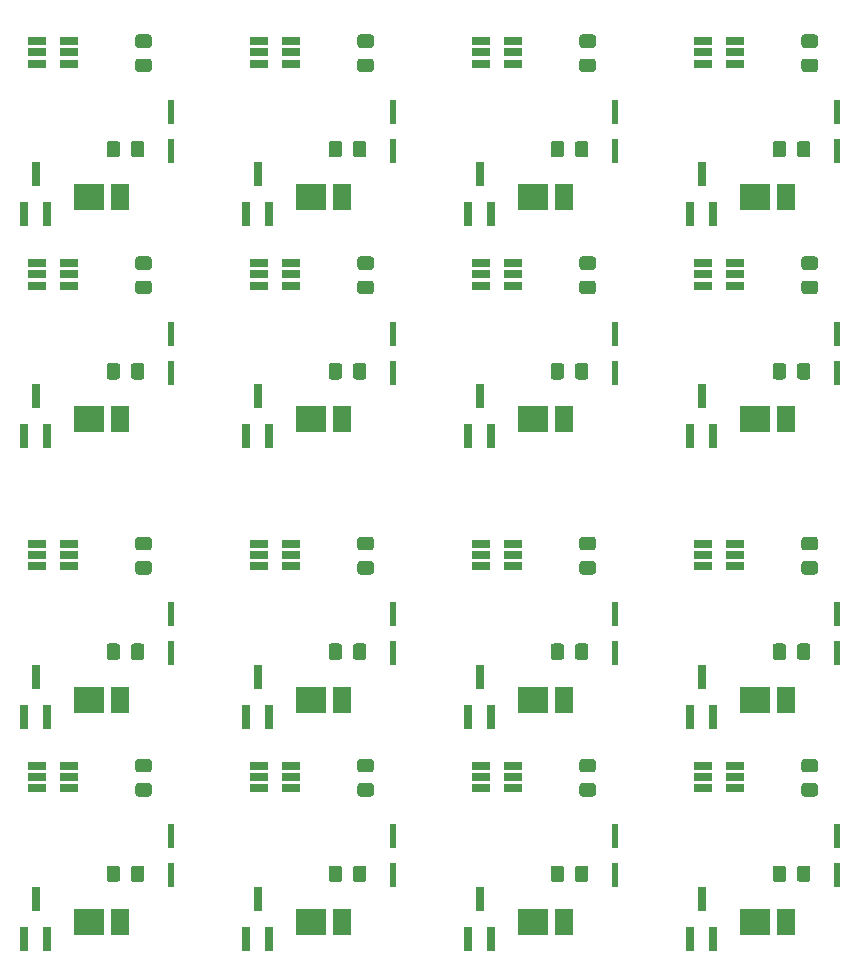
<source format=gbp>
%TF.GenerationSoftware,KiCad,Pcbnew,(5.1.6)-1*%
%TF.CreationDate,2021-05-22T18:41:59+09:00*%
%TF.ProjectId,TinyIR-Panel,54696e79-4952-42d5-9061-6e656c2e6b69,rev?*%
%TF.SameCoordinates,Original*%
%TF.FileFunction,Paste,Bot*%
%TF.FilePolarity,Positive*%
%FSLAX46Y46*%
G04 Gerber Fmt 4.6, Leading zero omitted, Abs format (unit mm)*
G04 Created by KiCad (PCBNEW (5.1.6)-1) date 2021-05-22 18:41:59*
%MOMM*%
%LPD*%
G01*
G04 APERTURE LIST*
%ADD10R,1.550000X2.200000*%
%ADD11R,2.500000X2.200000*%
%ADD12R,0.650000X2.000000*%
%ADD13R,0.500000X2.000000*%
%ADD14R,1.560000X0.650000*%
G04 APERTURE END LIST*
%TO.C,R2*%
G36*
G01*
X98358000Y-133042001D02*
X98358000Y-132141999D01*
G75*
G02*
X98607999Y-131892000I249999J0D01*
G01*
X99258001Y-131892000D01*
G75*
G02*
X99508000Y-132141999I0J-249999D01*
G01*
X99508000Y-133042001D01*
G75*
G02*
X99258001Y-133292000I-249999J0D01*
G01*
X98607999Y-133292000D01*
G75*
G02*
X98358000Y-133042001I0J249999D01*
G01*
G37*
G36*
G01*
X96308000Y-133042001D02*
X96308000Y-132141999D01*
G75*
G02*
X96557999Y-131892000I249999J0D01*
G01*
X97208001Y-131892000D01*
G75*
G02*
X97458000Y-132141999I0J-249999D01*
G01*
X97458000Y-133042001D01*
G75*
G02*
X97208001Y-133292000I-249999J0D01*
G01*
X96557999Y-133292000D01*
G75*
G02*
X96308000Y-133042001I0J249999D01*
G01*
G37*
%TD*%
%TO.C,R2*%
G36*
G01*
X154758000Y-114242001D02*
X154758000Y-113341999D01*
G75*
G02*
X155007999Y-113092000I249999J0D01*
G01*
X155658001Y-113092000D01*
G75*
G02*
X155908000Y-113341999I0J-249999D01*
G01*
X155908000Y-114242001D01*
G75*
G02*
X155658001Y-114492000I-249999J0D01*
G01*
X155007999Y-114492000D01*
G75*
G02*
X154758000Y-114242001I0J249999D01*
G01*
G37*
G36*
G01*
X152708000Y-114242001D02*
X152708000Y-113341999D01*
G75*
G02*
X152957999Y-113092000I249999J0D01*
G01*
X153608001Y-113092000D01*
G75*
G02*
X153858000Y-113341999I0J-249999D01*
G01*
X153858000Y-114242001D01*
G75*
G02*
X153608001Y-114492000I-249999J0D01*
G01*
X152957999Y-114492000D01*
G75*
G02*
X152708000Y-114242001I0J249999D01*
G01*
G37*
%TD*%
D10*
%TO.C,D2*%
X116210000Y-136656000D03*
D11*
X113635000Y-136656000D03*
%TD*%
D12*
%TO.C,Q1*%
X127897000Y-134692000D03*
X126947000Y-138112000D03*
X128847000Y-138112000D03*
%TD*%
%TO.C,R2*%
G36*
G01*
X135958000Y-114242001D02*
X135958000Y-113341999D01*
G75*
G02*
X136207999Y-113092000I249999J0D01*
G01*
X136858001Y-113092000D01*
G75*
G02*
X137108000Y-113341999I0J-249999D01*
G01*
X137108000Y-114242001D01*
G75*
G02*
X136858001Y-114492000I-249999J0D01*
G01*
X136207999Y-114492000D01*
G75*
G02*
X135958000Y-114242001I0J249999D01*
G01*
G37*
G36*
G01*
X133908000Y-114242001D02*
X133908000Y-113341999D01*
G75*
G02*
X134157999Y-113092000I249999J0D01*
G01*
X134808001Y-113092000D01*
G75*
G02*
X135058000Y-113341999I0J-249999D01*
G01*
X135058000Y-114242001D01*
G75*
G02*
X134808001Y-114492000I-249999J0D01*
G01*
X134157999Y-114492000D01*
G75*
G02*
X133908000Y-114242001I0J249999D01*
G01*
G37*
%TD*%
%TO.C,R2*%
G36*
G01*
X117158000Y-133042001D02*
X117158000Y-132141999D01*
G75*
G02*
X117407999Y-131892000I249999J0D01*
G01*
X118058001Y-131892000D01*
G75*
G02*
X118308000Y-132141999I0J-249999D01*
G01*
X118308000Y-133042001D01*
G75*
G02*
X118058001Y-133292000I-249999J0D01*
G01*
X117407999Y-133292000D01*
G75*
G02*
X117158000Y-133042001I0J249999D01*
G01*
G37*
G36*
G01*
X115108000Y-133042001D02*
X115108000Y-132141999D01*
G75*
G02*
X115357999Y-131892000I249999J0D01*
G01*
X116008001Y-131892000D01*
G75*
G02*
X116258000Y-132141999I0J-249999D01*
G01*
X116258000Y-133042001D01*
G75*
G02*
X116008001Y-133292000I-249999J0D01*
G01*
X115357999Y-133292000D01*
G75*
G02*
X115108000Y-133042001I0J249999D01*
G01*
G37*
%TD*%
D10*
%TO.C,D2*%
X97410000Y-136656000D03*
D11*
X94835000Y-136656000D03*
%TD*%
D10*
%TO.C,D2*%
X153810000Y-117856000D03*
D11*
X151235000Y-117856000D03*
%TD*%
D10*
%TO.C,D2*%
X116210000Y-117856000D03*
D11*
X113635000Y-117856000D03*
%TD*%
%TO.C,R2*%
G36*
G01*
X135958000Y-133042001D02*
X135958000Y-132141999D01*
G75*
G02*
X136207999Y-131892000I249999J0D01*
G01*
X136858001Y-131892000D01*
G75*
G02*
X137108000Y-132141999I0J-249999D01*
G01*
X137108000Y-133042001D01*
G75*
G02*
X136858001Y-133292000I-249999J0D01*
G01*
X136207999Y-133292000D01*
G75*
G02*
X135958000Y-133042001I0J249999D01*
G01*
G37*
G36*
G01*
X133908000Y-133042001D02*
X133908000Y-132141999D01*
G75*
G02*
X134157999Y-131892000I249999J0D01*
G01*
X134808001Y-131892000D01*
G75*
G02*
X135058000Y-132141999I0J-249999D01*
G01*
X135058000Y-133042001D01*
G75*
G02*
X134808001Y-133292000I-249999J0D01*
G01*
X134157999Y-133292000D01*
G75*
G02*
X133908000Y-133042001I0J249999D01*
G01*
G37*
%TD*%
D10*
%TO.C,D2*%
X153810000Y-136656000D03*
D11*
X151235000Y-136656000D03*
%TD*%
%TO.C,R2*%
G36*
G01*
X154758000Y-133042001D02*
X154758000Y-132141999D01*
G75*
G02*
X155007999Y-131892000I249999J0D01*
G01*
X155658001Y-131892000D01*
G75*
G02*
X155908000Y-132141999I0J-249999D01*
G01*
X155908000Y-133042001D01*
G75*
G02*
X155658001Y-133292000I-249999J0D01*
G01*
X155007999Y-133292000D01*
G75*
G02*
X154758000Y-133042001I0J249999D01*
G01*
G37*
G36*
G01*
X152708000Y-133042001D02*
X152708000Y-132141999D01*
G75*
G02*
X152957999Y-131892000I249999J0D01*
G01*
X153608001Y-131892000D01*
G75*
G02*
X153858000Y-132141999I0J-249999D01*
G01*
X153858000Y-133042001D01*
G75*
G02*
X153608001Y-133292000I-249999J0D01*
G01*
X152957999Y-133292000D01*
G75*
G02*
X152708000Y-133042001I0J249999D01*
G01*
G37*
%TD*%
%TO.C,R2*%
G36*
G01*
X117158000Y-114242001D02*
X117158000Y-113341999D01*
G75*
G02*
X117407999Y-113092000I249999J0D01*
G01*
X118058001Y-113092000D01*
G75*
G02*
X118308000Y-113341999I0J-249999D01*
G01*
X118308000Y-114242001D01*
G75*
G02*
X118058001Y-114492000I-249999J0D01*
G01*
X117407999Y-114492000D01*
G75*
G02*
X117158000Y-114242001I0J249999D01*
G01*
G37*
G36*
G01*
X115108000Y-114242001D02*
X115108000Y-113341999D01*
G75*
G02*
X115357999Y-113092000I249999J0D01*
G01*
X116008001Y-113092000D01*
G75*
G02*
X116258000Y-113341999I0J-249999D01*
G01*
X116258000Y-114242001D01*
G75*
G02*
X116008001Y-114492000I-249999J0D01*
G01*
X115357999Y-114492000D01*
G75*
G02*
X115108000Y-114242001I0J249999D01*
G01*
G37*
%TD*%
D12*
%TO.C,Q1*%
X146697000Y-134692000D03*
X145747000Y-138112000D03*
X147647000Y-138112000D03*
%TD*%
D10*
%TO.C,D2*%
X135010000Y-136656000D03*
D11*
X132435000Y-136656000D03*
%TD*%
D10*
%TO.C,D2*%
X135010000Y-117856000D03*
D11*
X132435000Y-117856000D03*
%TD*%
%TO.C,D2*%
X94835000Y-117856000D03*
D10*
X97410000Y-117856000D03*
%TD*%
%TO.C,R2*%
G36*
G01*
X96308000Y-114242001D02*
X96308000Y-113341999D01*
G75*
G02*
X96557999Y-113092000I249999J0D01*
G01*
X97208001Y-113092000D01*
G75*
G02*
X97458000Y-113341999I0J-249999D01*
G01*
X97458000Y-114242001D01*
G75*
G02*
X97208001Y-114492000I-249999J0D01*
G01*
X96557999Y-114492000D01*
G75*
G02*
X96308000Y-114242001I0J249999D01*
G01*
G37*
G36*
G01*
X98358000Y-114242001D02*
X98358000Y-113341999D01*
G75*
G02*
X98607999Y-113092000I249999J0D01*
G01*
X99258001Y-113092000D01*
G75*
G02*
X99508000Y-113341999I0J-249999D01*
G01*
X99508000Y-114242001D01*
G75*
G02*
X99258001Y-114492000I-249999J0D01*
G01*
X98607999Y-114492000D01*
G75*
G02*
X98358000Y-114242001I0J249999D01*
G01*
G37*
%TD*%
D12*
%TO.C,Q1*%
X91247000Y-119312000D03*
X89347000Y-119312000D03*
X90297000Y-115892000D03*
%TD*%
D13*
%TO.C,BT1*%
X101727000Y-113918000D03*
X101727000Y-110618000D03*
%TD*%
D14*
%TO.C,U1*%
X90391000Y-106548000D03*
X90391000Y-105598000D03*
X90391000Y-104648000D03*
X93091000Y-104648000D03*
X93091000Y-106548000D03*
X93091000Y-105598000D03*
%TD*%
%TO.C,R1*%
G36*
G01*
X98990999Y-104064000D02*
X99891001Y-104064000D01*
G75*
G02*
X100141000Y-104313999I0J-249999D01*
G01*
X100141000Y-104964001D01*
G75*
G02*
X99891001Y-105214000I-249999J0D01*
G01*
X98990999Y-105214000D01*
G75*
G02*
X98741000Y-104964001I0J249999D01*
G01*
X98741000Y-104313999D01*
G75*
G02*
X98990999Y-104064000I249999J0D01*
G01*
G37*
G36*
G01*
X98990999Y-106114000D02*
X99891001Y-106114000D01*
G75*
G02*
X100141000Y-106363999I0J-249999D01*
G01*
X100141000Y-107014001D01*
G75*
G02*
X99891001Y-107264000I-249999J0D01*
G01*
X98990999Y-107264000D01*
G75*
G02*
X98741000Y-107014001I0J249999D01*
G01*
X98741000Y-106363999D01*
G75*
G02*
X98990999Y-106114000I249999J0D01*
G01*
G37*
%TD*%
%TO.C,U1*%
X149491000Y-105598000D03*
X149491000Y-106548000D03*
X149491000Y-104648000D03*
X146791000Y-104648000D03*
X146791000Y-105598000D03*
X146791000Y-106548000D03*
%TD*%
%TO.C,R1*%
G36*
G01*
X117790999Y-106114000D02*
X118691001Y-106114000D01*
G75*
G02*
X118941000Y-106363999I0J-249999D01*
G01*
X118941000Y-107014001D01*
G75*
G02*
X118691001Y-107264000I-249999J0D01*
G01*
X117790999Y-107264000D01*
G75*
G02*
X117541000Y-107014001I0J249999D01*
G01*
X117541000Y-106363999D01*
G75*
G02*
X117790999Y-106114000I249999J0D01*
G01*
G37*
G36*
G01*
X117790999Y-104064000D02*
X118691001Y-104064000D01*
G75*
G02*
X118941000Y-104313999I0J-249999D01*
G01*
X118941000Y-104964001D01*
G75*
G02*
X118691001Y-105214000I-249999J0D01*
G01*
X117790999Y-105214000D01*
G75*
G02*
X117541000Y-104964001I0J249999D01*
G01*
X117541000Y-104313999D01*
G75*
G02*
X117790999Y-104064000I249999J0D01*
G01*
G37*
%TD*%
%TO.C,U1*%
X130691000Y-124398000D03*
X130691000Y-125348000D03*
X130691000Y-123448000D03*
X127991000Y-123448000D03*
X127991000Y-124398000D03*
X127991000Y-125348000D03*
%TD*%
%TO.C,U1*%
X111891000Y-124398000D03*
X111891000Y-125348000D03*
X111891000Y-123448000D03*
X109191000Y-123448000D03*
X109191000Y-124398000D03*
X109191000Y-125348000D03*
%TD*%
%TO.C,U1*%
X93091000Y-124398000D03*
X93091000Y-125348000D03*
X93091000Y-123448000D03*
X90391000Y-123448000D03*
X90391000Y-124398000D03*
X90391000Y-125348000D03*
%TD*%
%TO.C,U1*%
X130691000Y-105598000D03*
X130691000Y-106548000D03*
X130691000Y-104648000D03*
X127991000Y-104648000D03*
X127991000Y-105598000D03*
X127991000Y-106548000D03*
%TD*%
%TO.C,U1*%
X111891000Y-105598000D03*
X111891000Y-106548000D03*
X111891000Y-104648000D03*
X109191000Y-104648000D03*
X109191000Y-105598000D03*
X109191000Y-106548000D03*
%TD*%
%TO.C,R1*%
G36*
G01*
X155390999Y-106114000D02*
X156291001Y-106114000D01*
G75*
G02*
X156541000Y-106363999I0J-249999D01*
G01*
X156541000Y-107014001D01*
G75*
G02*
X156291001Y-107264000I-249999J0D01*
G01*
X155390999Y-107264000D01*
G75*
G02*
X155141000Y-107014001I0J249999D01*
G01*
X155141000Y-106363999D01*
G75*
G02*
X155390999Y-106114000I249999J0D01*
G01*
G37*
G36*
G01*
X155390999Y-104064000D02*
X156291001Y-104064000D01*
G75*
G02*
X156541000Y-104313999I0J-249999D01*
G01*
X156541000Y-104964001D01*
G75*
G02*
X156291001Y-105214000I-249999J0D01*
G01*
X155390999Y-105214000D01*
G75*
G02*
X155141000Y-104964001I0J249999D01*
G01*
X155141000Y-104313999D01*
G75*
G02*
X155390999Y-104064000I249999J0D01*
G01*
G37*
%TD*%
%TO.C,R1*%
G36*
G01*
X155390999Y-124914000D02*
X156291001Y-124914000D01*
G75*
G02*
X156541000Y-125163999I0J-249999D01*
G01*
X156541000Y-125814001D01*
G75*
G02*
X156291001Y-126064000I-249999J0D01*
G01*
X155390999Y-126064000D01*
G75*
G02*
X155141000Y-125814001I0J249999D01*
G01*
X155141000Y-125163999D01*
G75*
G02*
X155390999Y-124914000I249999J0D01*
G01*
G37*
G36*
G01*
X155390999Y-122864000D02*
X156291001Y-122864000D01*
G75*
G02*
X156541000Y-123113999I0J-249999D01*
G01*
X156541000Y-123764001D01*
G75*
G02*
X156291001Y-124014000I-249999J0D01*
G01*
X155390999Y-124014000D01*
G75*
G02*
X155141000Y-123764001I0J249999D01*
G01*
X155141000Y-123113999D01*
G75*
G02*
X155390999Y-122864000I249999J0D01*
G01*
G37*
%TD*%
%TO.C,R1*%
G36*
G01*
X117790999Y-124914000D02*
X118691001Y-124914000D01*
G75*
G02*
X118941000Y-125163999I0J-249999D01*
G01*
X118941000Y-125814001D01*
G75*
G02*
X118691001Y-126064000I-249999J0D01*
G01*
X117790999Y-126064000D01*
G75*
G02*
X117541000Y-125814001I0J249999D01*
G01*
X117541000Y-125163999D01*
G75*
G02*
X117790999Y-124914000I249999J0D01*
G01*
G37*
G36*
G01*
X117790999Y-122864000D02*
X118691001Y-122864000D01*
G75*
G02*
X118941000Y-123113999I0J-249999D01*
G01*
X118941000Y-123764001D01*
G75*
G02*
X118691001Y-124014000I-249999J0D01*
G01*
X117790999Y-124014000D01*
G75*
G02*
X117541000Y-123764001I0J249999D01*
G01*
X117541000Y-123113999D01*
G75*
G02*
X117790999Y-122864000I249999J0D01*
G01*
G37*
%TD*%
%TO.C,R1*%
G36*
G01*
X98990999Y-124914000D02*
X99891001Y-124914000D01*
G75*
G02*
X100141000Y-125163999I0J-249999D01*
G01*
X100141000Y-125814001D01*
G75*
G02*
X99891001Y-126064000I-249999J0D01*
G01*
X98990999Y-126064000D01*
G75*
G02*
X98741000Y-125814001I0J249999D01*
G01*
X98741000Y-125163999D01*
G75*
G02*
X98990999Y-124914000I249999J0D01*
G01*
G37*
G36*
G01*
X98990999Y-122864000D02*
X99891001Y-122864000D01*
G75*
G02*
X100141000Y-123113999I0J-249999D01*
G01*
X100141000Y-123764001D01*
G75*
G02*
X99891001Y-124014000I-249999J0D01*
G01*
X98990999Y-124014000D01*
G75*
G02*
X98741000Y-123764001I0J249999D01*
G01*
X98741000Y-123113999D01*
G75*
G02*
X98990999Y-122864000I249999J0D01*
G01*
G37*
%TD*%
%TO.C,R1*%
G36*
G01*
X136590999Y-106114000D02*
X137491001Y-106114000D01*
G75*
G02*
X137741000Y-106363999I0J-249999D01*
G01*
X137741000Y-107014001D01*
G75*
G02*
X137491001Y-107264000I-249999J0D01*
G01*
X136590999Y-107264000D01*
G75*
G02*
X136341000Y-107014001I0J249999D01*
G01*
X136341000Y-106363999D01*
G75*
G02*
X136590999Y-106114000I249999J0D01*
G01*
G37*
G36*
G01*
X136590999Y-104064000D02*
X137491001Y-104064000D01*
G75*
G02*
X137741000Y-104313999I0J-249999D01*
G01*
X137741000Y-104964001D01*
G75*
G02*
X137491001Y-105214000I-249999J0D01*
G01*
X136590999Y-105214000D01*
G75*
G02*
X136341000Y-104964001I0J249999D01*
G01*
X136341000Y-104313999D01*
G75*
G02*
X136590999Y-104064000I249999J0D01*
G01*
G37*
%TD*%
%TO.C,R1*%
G36*
G01*
X136590999Y-124914000D02*
X137491001Y-124914000D01*
G75*
G02*
X137741000Y-125163999I0J-249999D01*
G01*
X137741000Y-125814001D01*
G75*
G02*
X137491001Y-126064000I-249999J0D01*
G01*
X136590999Y-126064000D01*
G75*
G02*
X136341000Y-125814001I0J249999D01*
G01*
X136341000Y-125163999D01*
G75*
G02*
X136590999Y-124914000I249999J0D01*
G01*
G37*
G36*
G01*
X136590999Y-122864000D02*
X137491001Y-122864000D01*
G75*
G02*
X137741000Y-123113999I0J-249999D01*
G01*
X137741000Y-123764001D01*
G75*
G02*
X137491001Y-124014000I-249999J0D01*
G01*
X136590999Y-124014000D01*
G75*
G02*
X136341000Y-123764001I0J249999D01*
G01*
X136341000Y-123113999D01*
G75*
G02*
X136590999Y-122864000I249999J0D01*
G01*
G37*
%TD*%
%TO.C,U1*%
X149491000Y-124398000D03*
X149491000Y-125348000D03*
X149491000Y-123448000D03*
X146791000Y-123448000D03*
X146791000Y-124398000D03*
X146791000Y-125348000D03*
%TD*%
D12*
%TO.C,Q1*%
X109097000Y-134692000D03*
X108147000Y-138112000D03*
X110047000Y-138112000D03*
%TD*%
D13*
%TO.C,BT1*%
X158127000Y-129418000D03*
X158127000Y-132718000D03*
%TD*%
%TO.C,BT1*%
X158127000Y-110618000D03*
X158127000Y-113918000D03*
%TD*%
%TO.C,BT1*%
X120527000Y-129418000D03*
X120527000Y-132718000D03*
%TD*%
D12*
%TO.C,Q1*%
X90297000Y-134692000D03*
X89347000Y-138112000D03*
X91247000Y-138112000D03*
%TD*%
%TO.C,Q1*%
X146697000Y-115892000D03*
X145747000Y-119312000D03*
X147647000Y-119312000D03*
%TD*%
%TO.C,Q1*%
X127897000Y-115892000D03*
X126947000Y-119312000D03*
X128847000Y-119312000D03*
%TD*%
D13*
%TO.C,BT1*%
X139327000Y-129418000D03*
X139327000Y-132718000D03*
%TD*%
%TO.C,BT1*%
X101727000Y-129418000D03*
X101727000Y-132718000D03*
%TD*%
D12*
%TO.C,Q1*%
X109097000Y-115892000D03*
X108147000Y-119312000D03*
X110047000Y-119312000D03*
%TD*%
D13*
%TO.C,BT1*%
X139327000Y-110618000D03*
X139327000Y-113918000D03*
%TD*%
%TO.C,BT1*%
X120527000Y-110618000D03*
X120527000Y-113918000D03*
%TD*%
D11*
%TO.C,D2*%
X151235000Y-94111000D03*
D10*
X153810000Y-94111000D03*
%TD*%
D11*
%TO.C,D2*%
X132435000Y-94111000D03*
D10*
X135010000Y-94111000D03*
%TD*%
D11*
%TO.C,D2*%
X113635000Y-94111000D03*
D10*
X116210000Y-94111000D03*
%TD*%
D11*
%TO.C,D2*%
X94835000Y-94111000D03*
D10*
X97410000Y-94111000D03*
%TD*%
D11*
%TO.C,D2*%
X151235000Y-75311000D03*
D10*
X153810000Y-75311000D03*
%TD*%
D11*
%TO.C,D2*%
X132435000Y-75311000D03*
D10*
X135010000Y-75311000D03*
%TD*%
D11*
%TO.C,D2*%
X113635000Y-75311000D03*
D10*
X116210000Y-75311000D03*
%TD*%
%TO.C,R2*%
G36*
G01*
X152708000Y-90497001D02*
X152708000Y-89596999D01*
G75*
G02*
X152957999Y-89347000I249999J0D01*
G01*
X153608001Y-89347000D01*
G75*
G02*
X153858000Y-89596999I0J-249999D01*
G01*
X153858000Y-90497001D01*
G75*
G02*
X153608001Y-90747000I-249999J0D01*
G01*
X152957999Y-90747000D01*
G75*
G02*
X152708000Y-90497001I0J249999D01*
G01*
G37*
G36*
G01*
X154758000Y-90497001D02*
X154758000Y-89596999D01*
G75*
G02*
X155007999Y-89347000I249999J0D01*
G01*
X155658001Y-89347000D01*
G75*
G02*
X155908000Y-89596999I0J-249999D01*
G01*
X155908000Y-90497001D01*
G75*
G02*
X155658001Y-90747000I-249999J0D01*
G01*
X155007999Y-90747000D01*
G75*
G02*
X154758000Y-90497001I0J249999D01*
G01*
G37*
%TD*%
%TO.C,R2*%
G36*
G01*
X133908000Y-90497001D02*
X133908000Y-89596999D01*
G75*
G02*
X134157999Y-89347000I249999J0D01*
G01*
X134808001Y-89347000D01*
G75*
G02*
X135058000Y-89596999I0J-249999D01*
G01*
X135058000Y-90497001D01*
G75*
G02*
X134808001Y-90747000I-249999J0D01*
G01*
X134157999Y-90747000D01*
G75*
G02*
X133908000Y-90497001I0J249999D01*
G01*
G37*
G36*
G01*
X135958000Y-90497001D02*
X135958000Y-89596999D01*
G75*
G02*
X136207999Y-89347000I249999J0D01*
G01*
X136858001Y-89347000D01*
G75*
G02*
X137108000Y-89596999I0J-249999D01*
G01*
X137108000Y-90497001D01*
G75*
G02*
X136858001Y-90747000I-249999J0D01*
G01*
X136207999Y-90747000D01*
G75*
G02*
X135958000Y-90497001I0J249999D01*
G01*
G37*
%TD*%
%TO.C,R2*%
G36*
G01*
X115108000Y-90497001D02*
X115108000Y-89596999D01*
G75*
G02*
X115357999Y-89347000I249999J0D01*
G01*
X116008001Y-89347000D01*
G75*
G02*
X116258000Y-89596999I0J-249999D01*
G01*
X116258000Y-90497001D01*
G75*
G02*
X116008001Y-90747000I-249999J0D01*
G01*
X115357999Y-90747000D01*
G75*
G02*
X115108000Y-90497001I0J249999D01*
G01*
G37*
G36*
G01*
X117158000Y-90497001D02*
X117158000Y-89596999D01*
G75*
G02*
X117407999Y-89347000I249999J0D01*
G01*
X118058001Y-89347000D01*
G75*
G02*
X118308000Y-89596999I0J-249999D01*
G01*
X118308000Y-90497001D01*
G75*
G02*
X118058001Y-90747000I-249999J0D01*
G01*
X117407999Y-90747000D01*
G75*
G02*
X117158000Y-90497001I0J249999D01*
G01*
G37*
%TD*%
%TO.C,R2*%
G36*
G01*
X96308000Y-90497001D02*
X96308000Y-89596999D01*
G75*
G02*
X96557999Y-89347000I249999J0D01*
G01*
X97208001Y-89347000D01*
G75*
G02*
X97458000Y-89596999I0J-249999D01*
G01*
X97458000Y-90497001D01*
G75*
G02*
X97208001Y-90747000I-249999J0D01*
G01*
X96557999Y-90747000D01*
G75*
G02*
X96308000Y-90497001I0J249999D01*
G01*
G37*
G36*
G01*
X98358000Y-90497001D02*
X98358000Y-89596999D01*
G75*
G02*
X98607999Y-89347000I249999J0D01*
G01*
X99258001Y-89347000D01*
G75*
G02*
X99508000Y-89596999I0J-249999D01*
G01*
X99508000Y-90497001D01*
G75*
G02*
X99258001Y-90747000I-249999J0D01*
G01*
X98607999Y-90747000D01*
G75*
G02*
X98358000Y-90497001I0J249999D01*
G01*
G37*
%TD*%
%TO.C,R2*%
G36*
G01*
X152708000Y-71697001D02*
X152708000Y-70796999D01*
G75*
G02*
X152957999Y-70547000I249999J0D01*
G01*
X153608001Y-70547000D01*
G75*
G02*
X153858000Y-70796999I0J-249999D01*
G01*
X153858000Y-71697001D01*
G75*
G02*
X153608001Y-71947000I-249999J0D01*
G01*
X152957999Y-71947000D01*
G75*
G02*
X152708000Y-71697001I0J249999D01*
G01*
G37*
G36*
G01*
X154758000Y-71697001D02*
X154758000Y-70796999D01*
G75*
G02*
X155007999Y-70547000I249999J0D01*
G01*
X155658001Y-70547000D01*
G75*
G02*
X155908000Y-70796999I0J-249999D01*
G01*
X155908000Y-71697001D01*
G75*
G02*
X155658001Y-71947000I-249999J0D01*
G01*
X155007999Y-71947000D01*
G75*
G02*
X154758000Y-71697001I0J249999D01*
G01*
G37*
%TD*%
%TO.C,R2*%
G36*
G01*
X133908000Y-71697001D02*
X133908000Y-70796999D01*
G75*
G02*
X134157999Y-70547000I249999J0D01*
G01*
X134808001Y-70547000D01*
G75*
G02*
X135058000Y-70796999I0J-249999D01*
G01*
X135058000Y-71697001D01*
G75*
G02*
X134808001Y-71947000I-249999J0D01*
G01*
X134157999Y-71947000D01*
G75*
G02*
X133908000Y-71697001I0J249999D01*
G01*
G37*
G36*
G01*
X135958000Y-71697001D02*
X135958000Y-70796999D01*
G75*
G02*
X136207999Y-70547000I249999J0D01*
G01*
X136858001Y-70547000D01*
G75*
G02*
X137108000Y-70796999I0J-249999D01*
G01*
X137108000Y-71697001D01*
G75*
G02*
X136858001Y-71947000I-249999J0D01*
G01*
X136207999Y-71947000D01*
G75*
G02*
X135958000Y-71697001I0J249999D01*
G01*
G37*
%TD*%
%TO.C,R2*%
G36*
G01*
X115108000Y-71697001D02*
X115108000Y-70796999D01*
G75*
G02*
X115357999Y-70547000I249999J0D01*
G01*
X116008001Y-70547000D01*
G75*
G02*
X116258000Y-70796999I0J-249999D01*
G01*
X116258000Y-71697001D01*
G75*
G02*
X116008001Y-71947000I-249999J0D01*
G01*
X115357999Y-71947000D01*
G75*
G02*
X115108000Y-71697001I0J249999D01*
G01*
G37*
G36*
G01*
X117158000Y-71697001D02*
X117158000Y-70796999D01*
G75*
G02*
X117407999Y-70547000I249999J0D01*
G01*
X118058001Y-70547000D01*
G75*
G02*
X118308000Y-70796999I0J-249999D01*
G01*
X118308000Y-71697001D01*
G75*
G02*
X118058001Y-71947000I-249999J0D01*
G01*
X117407999Y-71947000D01*
G75*
G02*
X117158000Y-71697001I0J249999D01*
G01*
G37*
%TD*%
D12*
%TO.C,Q1*%
X147647000Y-95567000D03*
X145747000Y-95567000D03*
X146697000Y-92147000D03*
%TD*%
%TO.C,Q1*%
X128847000Y-95567000D03*
X126947000Y-95567000D03*
X127897000Y-92147000D03*
%TD*%
%TO.C,Q1*%
X110047000Y-95567000D03*
X108147000Y-95567000D03*
X109097000Y-92147000D03*
%TD*%
%TO.C,Q1*%
X91247000Y-95567000D03*
X89347000Y-95567000D03*
X90297000Y-92147000D03*
%TD*%
%TO.C,Q1*%
X147647000Y-76767000D03*
X145747000Y-76767000D03*
X146697000Y-73347000D03*
%TD*%
%TO.C,Q1*%
X128847000Y-76767000D03*
X126947000Y-76767000D03*
X127897000Y-73347000D03*
%TD*%
%TO.C,Q1*%
X110047000Y-76767000D03*
X108147000Y-76767000D03*
X109097000Y-73347000D03*
%TD*%
D13*
%TO.C,BT1*%
X158127000Y-90173000D03*
X158127000Y-86873000D03*
%TD*%
%TO.C,BT1*%
X139327000Y-90173000D03*
X139327000Y-86873000D03*
%TD*%
%TO.C,BT1*%
X120527000Y-90173000D03*
X120527000Y-86873000D03*
%TD*%
%TO.C,BT1*%
X101727000Y-90173000D03*
X101727000Y-86873000D03*
%TD*%
%TO.C,BT1*%
X158127000Y-71373000D03*
X158127000Y-68073000D03*
%TD*%
%TO.C,BT1*%
X139327000Y-71373000D03*
X139327000Y-68073000D03*
%TD*%
%TO.C,BT1*%
X120527000Y-71373000D03*
X120527000Y-68073000D03*
%TD*%
D14*
%TO.C,U1*%
X146791000Y-82803000D03*
X146791000Y-81853000D03*
X146791000Y-80903000D03*
X149491000Y-80903000D03*
X149491000Y-82803000D03*
X149491000Y-81853000D03*
%TD*%
%TO.C,U1*%
X127991000Y-82803000D03*
X127991000Y-81853000D03*
X127991000Y-80903000D03*
X130691000Y-80903000D03*
X130691000Y-82803000D03*
X130691000Y-81853000D03*
%TD*%
%TO.C,U1*%
X109191000Y-82803000D03*
X109191000Y-81853000D03*
X109191000Y-80903000D03*
X111891000Y-80903000D03*
X111891000Y-82803000D03*
X111891000Y-81853000D03*
%TD*%
%TO.C,U1*%
X90391000Y-82803000D03*
X90391000Y-81853000D03*
X90391000Y-80903000D03*
X93091000Y-80903000D03*
X93091000Y-82803000D03*
X93091000Y-81853000D03*
%TD*%
%TO.C,U1*%
X146791000Y-64003000D03*
X146791000Y-63053000D03*
X146791000Y-62103000D03*
X149491000Y-62103000D03*
X149491000Y-64003000D03*
X149491000Y-63053000D03*
%TD*%
%TO.C,U1*%
X127991000Y-64003000D03*
X127991000Y-63053000D03*
X127991000Y-62103000D03*
X130691000Y-62103000D03*
X130691000Y-64003000D03*
X130691000Y-63053000D03*
%TD*%
%TO.C,U1*%
X109191000Y-64003000D03*
X109191000Y-63053000D03*
X109191000Y-62103000D03*
X111891000Y-62103000D03*
X111891000Y-64003000D03*
X111891000Y-63053000D03*
%TD*%
%TO.C,R1*%
G36*
G01*
X155390999Y-80319000D02*
X156291001Y-80319000D01*
G75*
G02*
X156541000Y-80568999I0J-249999D01*
G01*
X156541000Y-81219001D01*
G75*
G02*
X156291001Y-81469000I-249999J0D01*
G01*
X155390999Y-81469000D01*
G75*
G02*
X155141000Y-81219001I0J249999D01*
G01*
X155141000Y-80568999D01*
G75*
G02*
X155390999Y-80319000I249999J0D01*
G01*
G37*
G36*
G01*
X155390999Y-82369000D02*
X156291001Y-82369000D01*
G75*
G02*
X156541000Y-82618999I0J-249999D01*
G01*
X156541000Y-83269001D01*
G75*
G02*
X156291001Y-83519000I-249999J0D01*
G01*
X155390999Y-83519000D01*
G75*
G02*
X155141000Y-83269001I0J249999D01*
G01*
X155141000Y-82618999D01*
G75*
G02*
X155390999Y-82369000I249999J0D01*
G01*
G37*
%TD*%
%TO.C,R1*%
G36*
G01*
X136590999Y-80319000D02*
X137491001Y-80319000D01*
G75*
G02*
X137741000Y-80568999I0J-249999D01*
G01*
X137741000Y-81219001D01*
G75*
G02*
X137491001Y-81469000I-249999J0D01*
G01*
X136590999Y-81469000D01*
G75*
G02*
X136341000Y-81219001I0J249999D01*
G01*
X136341000Y-80568999D01*
G75*
G02*
X136590999Y-80319000I249999J0D01*
G01*
G37*
G36*
G01*
X136590999Y-82369000D02*
X137491001Y-82369000D01*
G75*
G02*
X137741000Y-82618999I0J-249999D01*
G01*
X137741000Y-83269001D01*
G75*
G02*
X137491001Y-83519000I-249999J0D01*
G01*
X136590999Y-83519000D01*
G75*
G02*
X136341000Y-83269001I0J249999D01*
G01*
X136341000Y-82618999D01*
G75*
G02*
X136590999Y-82369000I249999J0D01*
G01*
G37*
%TD*%
%TO.C,R1*%
G36*
G01*
X117790999Y-80319000D02*
X118691001Y-80319000D01*
G75*
G02*
X118941000Y-80568999I0J-249999D01*
G01*
X118941000Y-81219001D01*
G75*
G02*
X118691001Y-81469000I-249999J0D01*
G01*
X117790999Y-81469000D01*
G75*
G02*
X117541000Y-81219001I0J249999D01*
G01*
X117541000Y-80568999D01*
G75*
G02*
X117790999Y-80319000I249999J0D01*
G01*
G37*
G36*
G01*
X117790999Y-82369000D02*
X118691001Y-82369000D01*
G75*
G02*
X118941000Y-82618999I0J-249999D01*
G01*
X118941000Y-83269001D01*
G75*
G02*
X118691001Y-83519000I-249999J0D01*
G01*
X117790999Y-83519000D01*
G75*
G02*
X117541000Y-83269001I0J249999D01*
G01*
X117541000Y-82618999D01*
G75*
G02*
X117790999Y-82369000I249999J0D01*
G01*
G37*
%TD*%
%TO.C,R1*%
G36*
G01*
X98990999Y-80319000D02*
X99891001Y-80319000D01*
G75*
G02*
X100141000Y-80568999I0J-249999D01*
G01*
X100141000Y-81219001D01*
G75*
G02*
X99891001Y-81469000I-249999J0D01*
G01*
X98990999Y-81469000D01*
G75*
G02*
X98741000Y-81219001I0J249999D01*
G01*
X98741000Y-80568999D01*
G75*
G02*
X98990999Y-80319000I249999J0D01*
G01*
G37*
G36*
G01*
X98990999Y-82369000D02*
X99891001Y-82369000D01*
G75*
G02*
X100141000Y-82618999I0J-249999D01*
G01*
X100141000Y-83269001D01*
G75*
G02*
X99891001Y-83519000I-249999J0D01*
G01*
X98990999Y-83519000D01*
G75*
G02*
X98741000Y-83269001I0J249999D01*
G01*
X98741000Y-82618999D01*
G75*
G02*
X98990999Y-82369000I249999J0D01*
G01*
G37*
%TD*%
%TO.C,R1*%
G36*
G01*
X155390999Y-61519000D02*
X156291001Y-61519000D01*
G75*
G02*
X156541000Y-61768999I0J-249999D01*
G01*
X156541000Y-62419001D01*
G75*
G02*
X156291001Y-62669000I-249999J0D01*
G01*
X155390999Y-62669000D01*
G75*
G02*
X155141000Y-62419001I0J249999D01*
G01*
X155141000Y-61768999D01*
G75*
G02*
X155390999Y-61519000I249999J0D01*
G01*
G37*
G36*
G01*
X155390999Y-63569000D02*
X156291001Y-63569000D01*
G75*
G02*
X156541000Y-63818999I0J-249999D01*
G01*
X156541000Y-64469001D01*
G75*
G02*
X156291001Y-64719000I-249999J0D01*
G01*
X155390999Y-64719000D01*
G75*
G02*
X155141000Y-64469001I0J249999D01*
G01*
X155141000Y-63818999D01*
G75*
G02*
X155390999Y-63569000I249999J0D01*
G01*
G37*
%TD*%
%TO.C,R1*%
G36*
G01*
X136590999Y-61519000D02*
X137491001Y-61519000D01*
G75*
G02*
X137741000Y-61768999I0J-249999D01*
G01*
X137741000Y-62419001D01*
G75*
G02*
X137491001Y-62669000I-249999J0D01*
G01*
X136590999Y-62669000D01*
G75*
G02*
X136341000Y-62419001I0J249999D01*
G01*
X136341000Y-61768999D01*
G75*
G02*
X136590999Y-61519000I249999J0D01*
G01*
G37*
G36*
G01*
X136590999Y-63569000D02*
X137491001Y-63569000D01*
G75*
G02*
X137741000Y-63818999I0J-249999D01*
G01*
X137741000Y-64469001D01*
G75*
G02*
X137491001Y-64719000I-249999J0D01*
G01*
X136590999Y-64719000D01*
G75*
G02*
X136341000Y-64469001I0J249999D01*
G01*
X136341000Y-63818999D01*
G75*
G02*
X136590999Y-63569000I249999J0D01*
G01*
G37*
%TD*%
%TO.C,R1*%
G36*
G01*
X117790999Y-61519000D02*
X118691001Y-61519000D01*
G75*
G02*
X118941000Y-61768999I0J-249999D01*
G01*
X118941000Y-62419001D01*
G75*
G02*
X118691001Y-62669000I-249999J0D01*
G01*
X117790999Y-62669000D01*
G75*
G02*
X117541000Y-62419001I0J249999D01*
G01*
X117541000Y-61768999D01*
G75*
G02*
X117790999Y-61519000I249999J0D01*
G01*
G37*
G36*
G01*
X117790999Y-63569000D02*
X118691001Y-63569000D01*
G75*
G02*
X118941000Y-63818999I0J-249999D01*
G01*
X118941000Y-64469001D01*
G75*
G02*
X118691001Y-64719000I-249999J0D01*
G01*
X117790999Y-64719000D01*
G75*
G02*
X117541000Y-64469001I0J249999D01*
G01*
X117541000Y-63818999D01*
G75*
G02*
X117790999Y-63569000I249999J0D01*
G01*
G37*
%TD*%
D12*
%TO.C,Q1*%
X90297000Y-73347000D03*
X89347000Y-76767000D03*
X91247000Y-76767000D03*
%TD*%
D14*
%TO.C,U1*%
X93091000Y-63053000D03*
X93091000Y-64003000D03*
X93091000Y-62103000D03*
X90391000Y-62103000D03*
X90391000Y-63053000D03*
X90391000Y-64003000D03*
%TD*%
D13*
%TO.C,BT1*%
X101727000Y-68073000D03*
X101727000Y-71373000D03*
%TD*%
%TO.C,R1*%
G36*
G01*
X98990999Y-63569000D02*
X99891001Y-63569000D01*
G75*
G02*
X100141000Y-63818999I0J-249999D01*
G01*
X100141000Y-64469001D01*
G75*
G02*
X99891001Y-64719000I-249999J0D01*
G01*
X98990999Y-64719000D01*
G75*
G02*
X98741000Y-64469001I0J249999D01*
G01*
X98741000Y-63818999D01*
G75*
G02*
X98990999Y-63569000I249999J0D01*
G01*
G37*
G36*
G01*
X98990999Y-61519000D02*
X99891001Y-61519000D01*
G75*
G02*
X100141000Y-61768999I0J-249999D01*
G01*
X100141000Y-62419001D01*
G75*
G02*
X99891001Y-62669000I-249999J0D01*
G01*
X98990999Y-62669000D01*
G75*
G02*
X98741000Y-62419001I0J249999D01*
G01*
X98741000Y-61768999D01*
G75*
G02*
X98990999Y-61519000I249999J0D01*
G01*
G37*
%TD*%
D10*
%TO.C,D2*%
X97410000Y-75311000D03*
D11*
X94835000Y-75311000D03*
%TD*%
%TO.C,R2*%
G36*
G01*
X98358000Y-71697001D02*
X98358000Y-70796999D01*
G75*
G02*
X98607999Y-70547000I249999J0D01*
G01*
X99258001Y-70547000D01*
G75*
G02*
X99508000Y-70796999I0J-249999D01*
G01*
X99508000Y-71697001D01*
G75*
G02*
X99258001Y-71947000I-249999J0D01*
G01*
X98607999Y-71947000D01*
G75*
G02*
X98358000Y-71697001I0J249999D01*
G01*
G37*
G36*
G01*
X96308000Y-71697001D02*
X96308000Y-70796999D01*
G75*
G02*
X96557999Y-70547000I249999J0D01*
G01*
X97208001Y-70547000D01*
G75*
G02*
X97458000Y-70796999I0J-249999D01*
G01*
X97458000Y-71697001D01*
G75*
G02*
X97208001Y-71947000I-249999J0D01*
G01*
X96557999Y-71947000D01*
G75*
G02*
X96308000Y-71697001I0J249999D01*
G01*
G37*
%TD*%
M02*

</source>
